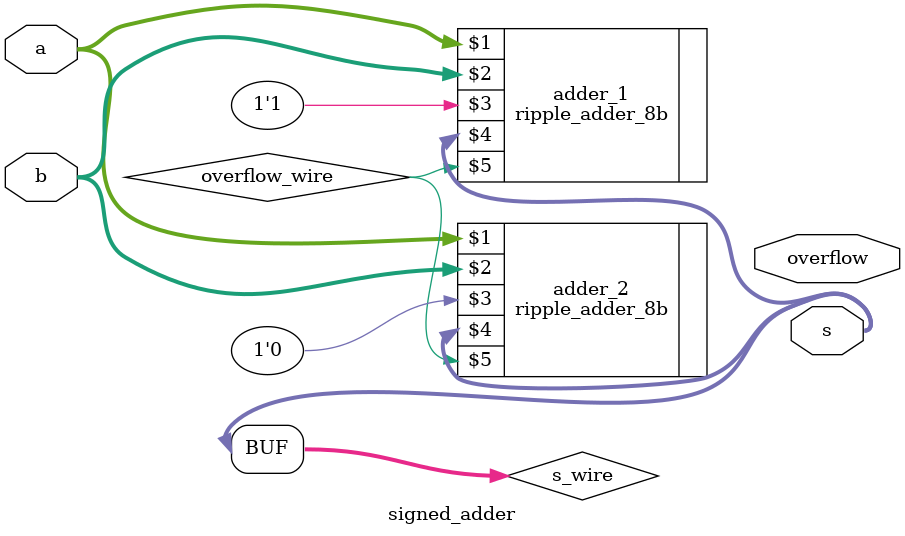
<source format=v>

module signed_adder(input [7:0] a,
    input [7:0] b,
    output [7:0] s,
    output overflow
); 

// The numbers a and b are added to the output s. 
// assign the occurence of the signed overflow of a and b to the output overflow.
// a signed overflow occurs if the most significant bits of a and b are low and the most significant bit of s is high
// a signed overflow may also occur if the most significant bits of a and b are high and the most significant bit of s is low


// The output s is the sum of a and b.
// The output overflow is the signed overflow of a and b.

wire signed [7:0] s_wire;
wire overflow_wire;

// Create a 7-bit ripple adder with the correct sign of a and b.

ripple_adder_8b adder_1(a[7:0], b[7:0], 1'b1, s_wire[7:0], overflow_wire);

// Create a 7-bit ripple adder with the correct sign of a and b.

ripple_adder_8b adder_2(a[7:0], b[7:0], 1'b0, s[7:0], overflow_wire);

// Create a 7-bit ripple adder with the correct sign of a and b.

assign s = s_wire;endmodule

</source>
